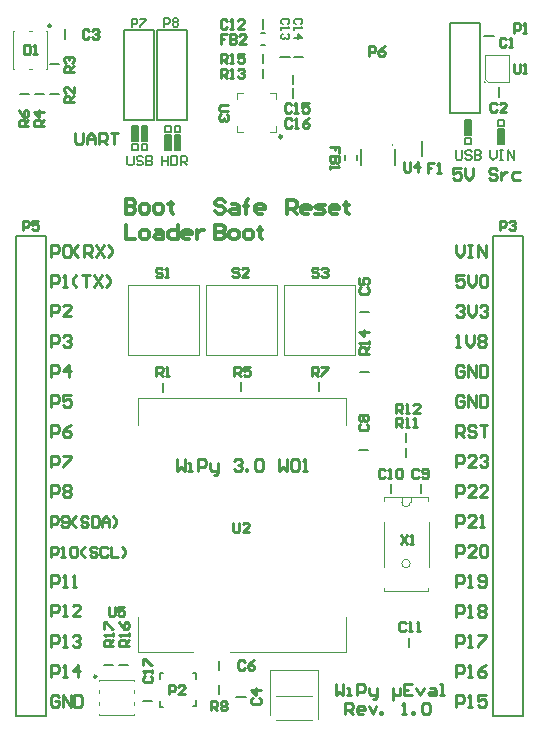
<source format=gto>
G04*
G04 #@! TF.GenerationSoftware,Altium Limited,Altium Designer,18.1.9 (240)*
G04*
G04 Layer_Color=65535*
%FSLAX44Y44*%
%MOMM*%
G71*
G01*
G75*
%ADD10C,0.2200*%
%ADD11C,0.1000*%
%ADD12C,0.2000*%
%ADD13C,0.2540*%
%ADD14C,0.2500*%
%ADD15C,0.3000*%
G36*
X108980Y505460D02*
X113680D01*
Y492760D01*
X108980D01*
Y505460D01*
D02*
G37*
G36*
X116980D02*
X121680D01*
Y492760D01*
X116980D01*
Y505460D01*
D02*
G37*
G36*
X136950Y485140D02*
X141650D01*
Y497840D01*
X136950D01*
Y485140D01*
D02*
G37*
G36*
X144950D02*
X149650D01*
Y497840D01*
X144950D01*
Y485140D01*
D02*
G37*
G36*
X391030Y510030D02*
X395730D01*
Y497330D01*
X391030D01*
Y510030D01*
D02*
G37*
G36*
X418970Y489710D02*
X423670D01*
Y502410D01*
X418970D01*
Y489710D01*
D02*
G37*
G36*
X406570Y543740D02*
X409110Y541200D01*
X406570D01*
Y543740D01*
D02*
G37*
D10*
X39850Y590010D02*
G03*
X39850Y590010I-1000J0D01*
G01*
X78580Y38878D02*
G03*
X78580Y38878I-1000J0D01*
G01*
D11*
X344302Y134620D02*
G03*
X344302Y134620I-3592J0D01*
G01*
X336900Y186690D02*
G03*
X344520Y186690I3810J0D01*
G01*
X36340Y553690D02*
Y585690D01*
X8340Y553690D02*
Y585690D01*
X35840Y553690D02*
X36340D01*
X21070D02*
X23610D01*
X8340D02*
X8840D01*
X8340Y585690D02*
X8840D01*
X21070D02*
X23610D01*
X35840D02*
X36340D01*
X428160Y545010D02*
Y565330D01*
X407840D02*
X428160D01*
X407840Y545010D02*
Y565330D01*
X428160Y542470D02*
Y545010D01*
X410380Y542470D02*
X428160D01*
X407840Y545010D02*
X410380Y542470D01*
X113680Y275140D02*
X290180D01*
X113680Y251640D02*
Y275140D01*
X290180Y251640D02*
Y275140D01*
Y60140D02*
Y89640D01*
X191930Y60140D02*
X290180D01*
X113680D02*
X159930D01*
X113680D02*
Y89640D01*
X105280Y310920D02*
Y370920D01*
X165280D01*
Y310920D02*
Y370920D01*
X105280Y310920D02*
X165280D01*
X297360D02*
Y370920D01*
X237360Y310920D02*
X297360D01*
X237360D02*
Y370920D01*
X297360D01*
X231320Y310916D02*
Y370916D01*
X171320Y310916D02*
X231320D01*
X171320D02*
Y370916D01*
X231320D01*
X80360Y6098D02*
X110360D01*
Y7128D01*
X80360Y6098D02*
Y7128D01*
Y14988D02*
Y17288D01*
X110360Y14988D02*
Y17288D01*
Y24908D02*
Y27208D01*
X80360Y24908D02*
Y27208D01*
Y35068D02*
Y36098D01*
X110360Y35068D02*
Y36098D01*
X80360D02*
X110360D01*
X321710Y111130D02*
X359710D01*
Y187960D02*
Y191130D01*
X321710Y187960D02*
Y191130D01*
X321660Y187960D02*
X321710D01*
Y111130D02*
Y114300D01*
X359710Y111130D02*
Y114300D01*
X359760Y132080D02*
Y170180D01*
X321660Y132080D02*
Y170180D01*
X336900Y186690D02*
Y191130D01*
X344520Y186690D02*
Y191130D01*
X321710D02*
X336900D01*
X344520D02*
X359710D01*
X336900D02*
X344520D01*
X197610Y527970D02*
Y533050D01*
X225550Y500030D02*
X230630D01*
X197610Y533050D02*
X202690D01*
X230630Y500030D02*
Y505110D01*
X225550Y533050D02*
X230630D01*
X197610Y500030D02*
Y505110D01*
X230630Y527970D02*
Y533050D01*
X197610Y500030D02*
X202690D01*
X245850Y22368D02*
X260850D01*
X230850D02*
X245850D01*
Y2368D02*
X260850D01*
X230850D02*
X245850D01*
X225294Y44677D02*
X265934D01*
X225294Y6780D02*
Y44677D01*
X265934Y3281D02*
Y44677D01*
D12*
X329500Y489000D02*
G03*
X329500Y489000I-500J0D01*
G01*
X343330Y64000D02*
Y72000D01*
X341000Y237190D02*
Y244810D01*
Y225190D02*
Y232810D01*
X414300Y5900D02*
X439700D01*
Y393250D01*
Y412300D01*
X414300D02*
X439700D01*
X414300Y5900D02*
Y412300D01*
X10300Y5900D02*
X35700D01*
Y393250D01*
Y412300D01*
X10300D02*
X35700D01*
X10300Y5900D02*
Y412300D01*
X391030Y510030D02*
X395730D01*
Y497330D02*
Y510030D01*
X391030Y497330D02*
X395730D01*
X391030D02*
Y510030D01*
Y489710D02*
Y494790D01*
Y489710D02*
X395730D01*
Y494790D01*
X391030D02*
X395730D01*
X418970Y504950D02*
X423670D01*
Y510030D01*
X418970D02*
X423670D01*
X418970Y504950D02*
Y510030D01*
Y489710D02*
Y502410D01*
X423670D01*
Y489710D02*
Y502410D01*
X418970Y489710D02*
X423670D01*
X136950Y485140D02*
X141650D01*
Y497840D01*
X136950D02*
X141650D01*
X136950Y485140D02*
Y497840D01*
X144950Y485140D02*
Y497840D01*
X149650D01*
Y485140D02*
Y497840D01*
X144950Y485140D02*
X149650D01*
X136950Y500380D02*
Y505460D01*
X141650D01*
Y500380D02*
Y505460D01*
X136950Y500380D02*
X141650D01*
X144950D02*
X149650D01*
Y505460D01*
X144950D02*
X149650D01*
X144950Y500380D02*
Y505460D01*
X116980Y485140D02*
Y490220D01*
Y485140D02*
X121680D01*
Y490220D01*
X116980D02*
X121680D01*
X108980D02*
X113680D01*
Y485140D02*
Y490220D01*
X108980Y485140D02*
X113680D01*
X108980D02*
Y490220D01*
X116980Y505460D02*
X121680D01*
Y492760D02*
Y505460D01*
X116980Y492760D02*
X121680D01*
X116980D02*
Y505460D01*
X108980Y492760D02*
Y505460D01*
Y492760D02*
X113680D01*
Y505460D01*
X108980D02*
X113680D01*
X378060Y516540D02*
Y592740D01*
Y516540D02*
X403460D01*
Y592740D01*
X378060D02*
X403460D01*
X301650Y297180D02*
X309270D01*
X38850Y532510D02*
X46470D01*
X38850Y557910D02*
X46470D01*
X26150Y532510D02*
X33770D01*
X13450D02*
X21070D01*
X52000Y579000D02*
Y587000D01*
X419000Y530000D02*
Y538000D01*
X407000Y581000D02*
X415000D01*
X300800Y231000D02*
X308800D01*
X197000Y22000D02*
X205000D01*
X182000Y24306D02*
Y31925D01*
Y44540D02*
Y52540D01*
X162750Y14116D02*
Y19116D01*
X160750Y14116D02*
X162750D01*
Y37115D02*
Y42116D01*
X160750D02*
X162750D01*
X132750Y13116D02*
X134750D01*
X132750D02*
Y18116D01*
Y42116D02*
X134750D01*
X132750Y37115D02*
Y42116D01*
X301460Y347980D02*
X309460D01*
X135280Y280114D02*
Y287734D01*
X267360Y280670D02*
Y288290D01*
X201320Y280670D02*
Y288290D01*
X97750Y49038D02*
X105370D01*
X85200D02*
X92820D01*
X118030Y18558D02*
X126030D01*
X327660Y194120D02*
Y202120D01*
X353060Y194120D02*
Y202120D01*
X244600Y529050D02*
Y537050D01*
Y540480D02*
Y548480D01*
X245680Y563530D02*
X253680D01*
X234250D02*
X242250D01*
X219200Y545750D02*
Y553370D01*
Y558450D02*
Y566070D01*
X331000Y472000D02*
Y486000D01*
X303000Y472000D02*
Y486000D01*
X299130Y476440D02*
Y480440D01*
X289130Y476440D02*
Y480440D01*
X217510Y573770D02*
X221510D01*
X217510Y583770D02*
X221510D01*
X219510Y587470D02*
Y595470D01*
X353820Y480060D02*
Y492060D01*
X130189Y510541D02*
X155589D01*
X130189D02*
Y586741D01*
X155589D01*
Y510541D02*
Y586741D01*
X102249Y510541D02*
X127649D01*
X102249D02*
Y586741D01*
X127649D01*
Y510541D02*
Y586741D01*
X412080Y484627D02*
Y479296D01*
X414746Y476630D01*
X417412Y479296D01*
Y484627D01*
X420077D02*
X422743D01*
X421410D01*
Y476630D01*
X420077D01*
X422743D01*
X426742D02*
Y484627D01*
X432074Y476630D01*
Y484627D01*
X133840Y479897D02*
Y471900D01*
Y475899D01*
X139172D01*
Y479897D01*
Y471900D01*
X141837Y479897D02*
Y471900D01*
X145836D01*
X147169Y473233D01*
Y478564D01*
X145836Y479897D01*
X141837D01*
X149835Y471900D02*
Y479897D01*
X153834D01*
X155166Y478564D01*
Y475899D01*
X153834Y474566D01*
X149835D01*
X152501D02*
X155166Y471900D01*
X104630Y479897D02*
Y473233D01*
X105963Y471900D01*
X108629D01*
X109962Y473233D01*
Y479897D01*
X117959Y478564D02*
X116626Y479897D01*
X113960D01*
X112627Y478564D01*
Y477232D01*
X113960Y475899D01*
X116626D01*
X117959Y474566D01*
Y473233D01*
X116626Y471900D01*
X113960D01*
X112627Y473233D01*
X120625Y479897D02*
Y471900D01*
X124624D01*
X125956Y473233D01*
Y474566D01*
X124624Y475899D01*
X120625D01*
X124624D01*
X125956Y477232D01*
Y478564D01*
X124624Y479897D01*
X120625D01*
X382870Y484627D02*
Y477963D01*
X384203Y476630D01*
X386869D01*
X388202Y477963D01*
Y484627D01*
X396199Y483294D02*
X394866Y484627D01*
X392200D01*
X390867Y483294D01*
Y481962D01*
X392200Y480629D01*
X394866D01*
X396199Y479296D01*
Y477963D01*
X394866Y476630D01*
X392200D01*
X390867Y477963D01*
X398865Y484627D02*
Y476630D01*
X402864D01*
X404196Y477963D01*
Y479296D01*
X402864Y480629D01*
X398865D01*
X402864D01*
X404196Y481962D01*
Y483294D01*
X402864Y484627D01*
X398865D01*
X136000Y589336D02*
Y596333D01*
X139499D01*
X140665Y595167D01*
Y592834D01*
X139499Y591668D01*
X136000D01*
X142998Y595167D02*
X144164Y596333D01*
X146497D01*
X147663Y595167D01*
Y594001D01*
X146497Y592834D01*
X147663Y591668D01*
Y590502D01*
X146497Y589336D01*
X144164D01*
X142998Y590502D01*
Y591668D01*
X144164Y592834D01*
X142998Y594001D01*
Y595167D01*
X144164Y592834D02*
X146497D01*
X108600Y588885D02*
Y595883D01*
X112099D01*
X113265Y594717D01*
Y592384D01*
X112099Y591218D01*
X108600D01*
X115598Y595883D02*
X120263D01*
Y594717D01*
X115598Y590052D01*
Y588885D01*
X251831Y591335D02*
X252998Y592501D01*
Y594834D01*
X251831Y596000D01*
X247166D01*
X246000Y594834D01*
Y592501D01*
X247166Y591335D01*
X246000Y589002D02*
Y586670D01*
Y587836D01*
X252998D01*
X251831Y589002D01*
X246000Y579672D02*
X252998D01*
X249499Y583171D01*
Y578506D01*
X240832Y591335D02*
X241998Y592501D01*
Y594834D01*
X240832Y596000D01*
X236166D01*
X235000Y594834D01*
Y592501D01*
X236166Y591335D01*
X235000Y589002D02*
Y586670D01*
Y587836D01*
X241998D01*
X240832Y589002D01*
Y583171D02*
X241998Y582005D01*
Y579672D01*
X240832Y578506D01*
X239665D01*
X238499Y579672D01*
Y580838D01*
Y579672D01*
X237333Y578506D01*
X236166D01*
X235000Y579672D01*
Y582005D01*
X236166Y583171D01*
D13*
X235710Y496220D02*
G03*
X235710Y496220I-1270J0D01*
G01*
X89000Y97997D02*
Y91333D01*
X90333Y90000D01*
X92999D01*
X94332Y91333D01*
Y97997D01*
X102329D02*
X96997D01*
Y93999D01*
X99663Y95332D01*
X100996D01*
X102329Y93999D01*
Y91333D01*
X100996Y90000D01*
X98330D01*
X96997Y91333D01*
X93000Y65000D02*
X85003D01*
Y68999D01*
X86335Y70332D01*
X89001D01*
X90334Y68999D01*
Y65000D01*
Y67666D02*
X93000Y70332D01*
Y72997D02*
Y75663D01*
Y74330D01*
X85003D01*
X86335Y72997D01*
X85003Y79662D02*
Y84994D01*
X86335D01*
X91667Y79662D01*
X93000D01*
X106000Y65000D02*
X98003D01*
Y68999D01*
X99335Y70332D01*
X102001D01*
X103334Y68999D01*
Y65000D01*
Y67666D02*
X106000Y70332D01*
Y72997D02*
Y75663D01*
Y74330D01*
X98003D01*
X99335Y72997D01*
X98003Y84994D02*
X99335Y82328D01*
X102001Y79662D01*
X104667D01*
X106000Y80995D01*
Y83661D01*
X104667Y84994D01*
X103334D01*
X102001Y83661D01*
Y79662D01*
X119335Y39332D02*
X118003Y37999D01*
Y35333D01*
X119335Y34000D01*
X124667D01*
X126000Y35333D01*
Y37999D01*
X124667Y39332D01*
X126000Y41997D02*
Y44663D01*
Y43330D01*
X118003D01*
X119335Y41997D01*
X118003Y48662D02*
Y53994D01*
X119335D01*
X124667Y48662D01*
X126000D01*
X336130Y159127D02*
X341462Y151130D01*
Y159127D02*
X336130Y151130D01*
X344127D02*
X346793D01*
X345460D01*
Y159127D01*
X344127Y157795D01*
X190367Y522890D02*
X183703D01*
X182370Y521557D01*
Y518891D01*
X183703Y517558D01*
X190367D01*
X189035Y514893D02*
X190367Y513560D01*
Y510894D01*
X189035Y509561D01*
X187702D01*
X186369Y510894D01*
Y512227D01*
Y510894D01*
X185036Y509561D01*
X183703D01*
X182370Y510894D01*
Y513560D01*
X183703Y514893D01*
X432000Y557997D02*
Y551333D01*
X433333Y550000D01*
X435999D01*
X437332Y551333D01*
Y557997D01*
X439997Y550000D02*
X442663D01*
X441330D01*
Y557997D01*
X439997Y556665D01*
X309370Y564800D02*
Y572797D01*
X313369D01*
X314702Y571465D01*
Y568799D01*
X313369Y567466D01*
X309370D01*
X322699Y572797D02*
X320033Y571465D01*
X317367Y568799D01*
Y566133D01*
X318700Y564800D01*
X321366D01*
X322699Y566133D01*
Y567466D01*
X321366Y568799D01*
X317367D01*
X364612Y473737D02*
X359280D01*
Y469739D01*
X361946D01*
X359280D01*
Y465740D01*
X367277D02*
X369943D01*
X368610D01*
Y473737D01*
X367277Y472405D01*
X339050Y474297D02*
Y467633D01*
X340383Y466300D01*
X343049D01*
X344382Y467633D01*
Y474297D01*
X351046Y466300D02*
Y474297D01*
X347047Y470299D01*
X352379D01*
X194310Y169287D02*
Y162623D01*
X195643Y161290D01*
X198309D01*
X199642Y162623D01*
Y169287D01*
X207639Y161290D02*
X202307D01*
X207639Y166622D01*
Y167955D01*
X206306Y169287D01*
X203640D01*
X202307Y167955D01*
X266342Y383854D02*
X265009Y385187D01*
X262343D01*
X261010Y383854D01*
Y382522D01*
X262343Y381189D01*
X265009D01*
X266342Y379856D01*
Y378523D01*
X265009Y377190D01*
X262343D01*
X261010Y378523D01*
X269007Y383854D02*
X270340Y385187D01*
X273006D01*
X274339Y383854D01*
Y382522D01*
X273006Y381189D01*
X271673D01*
X273006D01*
X274339Y379856D01*
Y378523D01*
X273006Y377190D01*
X270340D01*
X269007Y378523D01*
X199032Y383854D02*
X197699Y385187D01*
X195033D01*
X193700Y383854D01*
Y382522D01*
X195033Y381189D01*
X197699D01*
X199032Y379856D01*
Y378523D01*
X197699Y377190D01*
X195033D01*
X193700Y378523D01*
X207029Y377190D02*
X201697D01*
X207029Y382522D01*
Y383854D01*
X205696Y385187D01*
X203030D01*
X201697Y383854D01*
X134262Y383700D02*
X132929Y385033D01*
X130263D01*
X128930Y383700D01*
Y382368D01*
X130263Y381035D01*
X132929D01*
X134262Y379702D01*
Y378369D01*
X132929Y377036D01*
X130263D01*
X128930Y378369D01*
X136927Y377036D02*
X139593D01*
X138260D01*
Y385033D01*
X136927Y383700D01*
X183640Y558450D02*
Y566447D01*
X187639D01*
X188972Y565115D01*
Y562449D01*
X187639Y561116D01*
X183640D01*
X186306D02*
X188972Y558450D01*
X191637D02*
X194303D01*
X192970D01*
Y566447D01*
X191637Y565115D01*
X203633Y566447D02*
X198302D01*
Y562449D01*
X200968Y563782D01*
X202301D01*
X203633Y562449D01*
Y559783D01*
X202301Y558450D01*
X199635D01*
X198302Y559783D01*
X309270Y312420D02*
X301273D01*
Y316419D01*
X302605Y317752D01*
X305271D01*
X306604Y316419D01*
Y312420D01*
Y315086D02*
X309270Y317752D01*
Y320417D02*
Y323083D01*
Y321750D01*
X301273D01*
X302605Y320417D01*
X309270Y331081D02*
X301273D01*
X305271Y327082D01*
Y332414D01*
X183640Y545750D02*
Y553747D01*
X187639D01*
X188972Y552415D01*
Y549749D01*
X187639Y548416D01*
X183640D01*
X186306D02*
X188972Y545750D01*
X191637D02*
X194303D01*
X192970D01*
Y553747D01*
X191637Y552415D01*
X198302D02*
X199635Y553747D01*
X202301D01*
X203633Y552415D01*
Y551082D01*
X202301Y549749D01*
X200968D01*
X202301D01*
X203633Y548416D01*
Y547083D01*
X202301Y545750D01*
X199635D01*
X198302Y547083D01*
X332330Y262000D02*
Y269997D01*
X336329D01*
X337662Y268664D01*
Y265999D01*
X336329Y264666D01*
X332330D01*
X334996D02*
X337662Y262000D01*
X340327D02*
X342993D01*
X341660D01*
Y269997D01*
X340327Y268664D01*
X352324Y262000D02*
X346992D01*
X352324Y267332D01*
Y268664D01*
X350991Y269997D01*
X348325D01*
X346992Y268664D01*
X332330Y250000D02*
Y257997D01*
X336329D01*
X337662Y256665D01*
Y253999D01*
X336329Y252666D01*
X332330D01*
X334996D02*
X337662Y250000D01*
X340327D02*
X342993D01*
X341660D01*
Y257997D01*
X340327Y256665D01*
X346992Y250000D02*
X349658D01*
X348325D01*
Y257997D01*
X346992Y256665D01*
X175650Y10336D02*
Y18333D01*
X179649D01*
X180982Y17000D01*
Y14334D01*
X179649Y13001D01*
X175650D01*
X178316D02*
X180982Y10336D01*
X183647Y17000D02*
X184980Y18333D01*
X187646D01*
X188979Y17000D01*
Y15667D01*
X187646Y14334D01*
X188979Y13001D01*
Y11668D01*
X187646Y10336D01*
X184980D01*
X183647Y11668D01*
Y13001D01*
X184980Y14334D01*
X183647Y15667D01*
Y17000D01*
X184980Y14334D02*
X187646D01*
X261010Y293370D02*
Y301367D01*
X265009D01*
X266342Y300035D01*
Y297369D01*
X265009Y296036D01*
X261010D01*
X263676D02*
X266342Y293370D01*
X269007Y301367D02*
X274339D01*
Y300035D01*
X269007Y294703D01*
Y293370D01*
X21000Y505000D02*
X13003D01*
Y508999D01*
X14336Y510332D01*
X17001D01*
X18334Y508999D01*
Y505000D01*
Y507666D02*
X21000Y510332D01*
X13003Y518329D02*
X14336Y515663D01*
X17001Y512997D01*
X19667D01*
X21000Y514330D01*
Y516996D01*
X19667Y518329D01*
X18334D01*
X17001Y516996D01*
Y512997D01*
X195320Y293370D02*
Y301367D01*
X199319D01*
X200652Y300035D01*
Y297369D01*
X199319Y296036D01*
X195320D01*
X197986D02*
X200652Y293370D01*
X208649Y301367D02*
X203317D01*
Y297369D01*
X205983Y298702D01*
X207316D01*
X208649Y297369D01*
Y294703D01*
X207316Y293370D01*
X204650D01*
X203317Y294703D01*
X34000Y505000D02*
X26003D01*
Y508999D01*
X27336Y510332D01*
X30001D01*
X31334Y508999D01*
Y505000D01*
Y507666D02*
X34000Y510332D01*
Y516996D02*
X26003D01*
X30001Y512997D01*
Y518329D01*
X59170Y550640D02*
X51173D01*
Y554639D01*
X52505Y555972D01*
X55171D01*
X56504Y554639D01*
Y550640D01*
Y553306D02*
X59170Y555972D01*
X52505Y558637D02*
X51173Y559970D01*
Y562636D01*
X52505Y563969D01*
X53838D01*
X55171Y562636D01*
Y561303D01*
Y562636D01*
X56504Y563969D01*
X57837D01*
X59170Y562636D01*
Y559970D01*
X57837Y558637D01*
X59170Y525240D02*
X51173D01*
Y529239D01*
X52505Y530572D01*
X55171D01*
X56504Y529239D01*
Y525240D01*
Y527906D02*
X59170Y530572D01*
Y538569D02*
Y533237D01*
X53838Y538569D01*
X52505D01*
X51173Y537236D01*
Y534570D01*
X52505Y533237D01*
X129280Y293370D02*
Y301367D01*
X133279D01*
X134612Y300035D01*
Y297369D01*
X133279Y296036D01*
X129280D01*
X131946D02*
X134612Y293370D01*
X137277D02*
X139943D01*
X138610D01*
Y301367D01*
X137277Y300035D01*
X16000Y417000D02*
Y424997D01*
X19999D01*
X21332Y423665D01*
Y420999D01*
X19999Y419666D01*
X16000D01*
X29329Y424997D02*
X23997D01*
Y420999D01*
X26663Y422332D01*
X27996D01*
X29329Y420999D01*
Y418333D01*
X27996Y417000D01*
X25330D01*
X23997Y418333D01*
X420000Y417000D02*
Y424997D01*
X423999D01*
X425332Y423665D01*
Y420999D01*
X423999Y419666D01*
X420000D01*
X427997Y423665D02*
X429330Y424997D01*
X431996D01*
X433329Y423665D01*
Y422332D01*
X431996Y420999D01*
X430663D01*
X431996D01*
X433329Y419666D01*
Y418333D01*
X431996Y417000D01*
X429330D01*
X427997Y418333D01*
X139890Y23907D02*
Y31905D01*
X143889D01*
X145222Y30572D01*
Y27906D01*
X143889Y26573D01*
X139890D01*
X153219Y23907D02*
X147887D01*
X153219Y29239D01*
Y30572D01*
X151886Y31905D01*
X149220D01*
X147887Y30572D01*
X432000Y584000D02*
Y591997D01*
X435999D01*
X437332Y590664D01*
Y587999D01*
X435999Y586666D01*
X432000D01*
X439997Y584000D02*
X442663D01*
X441330D01*
Y591997D01*
X439997Y590664D01*
X188972Y582957D02*
X183640D01*
Y578959D01*
X186306D01*
X183640D01*
Y574960D01*
X191637Y582957D02*
Y574960D01*
X195636D01*
X196969Y576293D01*
Y577626D01*
X195636Y578959D01*
X191637D01*
X195636D01*
X196969Y580292D01*
Y581624D01*
X195636Y582957D01*
X191637D01*
X204966Y574960D02*
X199635D01*
X204966Y580292D01*
Y581624D01*
X203633Y582957D01*
X200968D01*
X199635Y581624D01*
X284347Y481998D02*
Y487330D01*
X280349D01*
Y484664D01*
Y487330D01*
X276350D01*
X284347Y479333D02*
X276350D01*
Y475334D01*
X277683Y474001D01*
X279016D01*
X280349Y475334D01*
Y479333D01*
Y475334D01*
X281682Y474001D01*
X283015D01*
X284347Y475334D01*
Y479333D01*
X276350Y471335D02*
Y468669D01*
Y470002D01*
X284347D01*
X283015Y471335D01*
X17260Y573877D02*
Y565880D01*
X21259D01*
X22592Y567213D01*
Y572545D01*
X21259Y573877D01*
X17260D01*
X25257Y565880D02*
X27923D01*
X26590D01*
Y573877D01*
X25257Y572545D01*
X243932Y510504D02*
X242599Y511837D01*
X239933D01*
X238600Y510504D01*
Y505173D01*
X239933Y503840D01*
X242599D01*
X243932Y505173D01*
X246597Y503840D02*
X249263D01*
X247930D01*
Y511837D01*
X246597Y510504D01*
X258594Y511837D02*
X255928Y510504D01*
X253262Y507839D01*
Y505173D01*
X254595Y503840D01*
X257261D01*
X258594Y505173D01*
Y506506D01*
X257261Y507839D01*
X253262D01*
X243582Y523204D02*
X242249Y524537D01*
X239583D01*
X238250Y523204D01*
Y517873D01*
X239583Y516540D01*
X242249D01*
X243582Y517873D01*
X246247Y516540D02*
X248913D01*
X247580D01*
Y524537D01*
X246247Y523204D01*
X258244Y524537D02*
X252912D01*
Y520539D01*
X255578Y521872D01*
X256911D01*
X258244Y520539D01*
Y517873D01*
X256911Y516540D01*
X254245D01*
X252912Y517873D01*
X188972Y594324D02*
X187639Y595657D01*
X184973D01*
X183640Y594324D01*
Y588993D01*
X184973Y587660D01*
X187639D01*
X188972Y588993D01*
X191637Y587660D02*
X194303D01*
X192970D01*
Y595657D01*
X191637Y594324D01*
X203633Y587660D02*
X198302D01*
X203633Y592992D01*
Y594324D01*
X202301Y595657D01*
X199635D01*
X198302Y594324D01*
X340332Y84124D02*
X338999Y85457D01*
X336333D01*
X335000Y84124D01*
Y78793D01*
X336333Y77460D01*
X338999D01*
X340332Y78793D01*
X342997Y77460D02*
X345663D01*
X344330D01*
Y85457D01*
X342997Y84124D01*
X349662Y77460D02*
X352328D01*
X350995D01*
Y85457D01*
X349662Y84124D01*
X322832Y213675D02*
X321499Y215007D01*
X318833D01*
X317500Y213675D01*
Y208343D01*
X318833Y207010D01*
X321499D01*
X322832Y208343D01*
X325497Y207010D02*
X328163D01*
X326830D01*
Y215007D01*
X325497Y213675D01*
X332162D02*
X333495Y215007D01*
X336161D01*
X337494Y213675D01*
Y208343D01*
X336161Y207010D01*
X333495D01*
X332162Y208343D01*
Y213675D01*
X351472D02*
X350139Y215007D01*
X347473D01*
X346140Y213675D01*
Y208343D01*
X347473Y207010D01*
X350139D01*
X351472Y208343D01*
X354137D02*
X355470Y207010D01*
X358136D01*
X359469Y208343D01*
Y213675D01*
X358136Y215007D01*
X355470D01*
X354137Y213675D01*
Y212342D01*
X355470Y211009D01*
X359469D01*
X301945Y252842D02*
X300613Y251509D01*
Y248843D01*
X301945Y247510D01*
X307277D01*
X308610Y248843D01*
Y251509D01*
X307277Y252842D01*
X301945Y255507D02*
X300613Y256840D01*
Y259506D01*
X301945Y260839D01*
X303278D01*
X304611Y259506D01*
X305944Y260839D01*
X307277D01*
X308610Y259506D01*
Y256840D01*
X307277Y255507D01*
X305944D01*
X304611Y256840D01*
X303278Y255507D01*
X301945D01*
X304611Y256840D02*
Y259506D01*
X204192Y51403D02*
X202859Y52736D01*
X200193D01*
X198860Y51403D01*
Y46071D01*
X200193Y44738D01*
X202859D01*
X204192Y46071D01*
X212189Y52736D02*
X209523Y51403D01*
X206857Y48737D01*
Y46071D01*
X208190Y44738D01*
X210856D01*
X212189Y46071D01*
Y47404D01*
X210856Y48737D01*
X206857D01*
X302605Y368552D02*
X301273Y367219D01*
Y364553D01*
X302605Y363220D01*
X307937D01*
X309270Y364553D01*
Y367219D01*
X307937Y368552D01*
X301273Y376549D02*
Y371217D01*
X305271D01*
X303938Y373883D01*
Y375216D01*
X305271Y376549D01*
X307937D01*
X309270Y375216D01*
Y372550D01*
X307937Y371217D01*
X210846Y20982D02*
X209513Y19649D01*
Y16983D01*
X210846Y15650D01*
X216177D01*
X217510Y16983D01*
Y19649D01*
X216177Y20982D01*
X217510Y27646D02*
X209513D01*
X213511Y23647D01*
Y28979D01*
X72332Y585664D02*
X70999Y586997D01*
X68333D01*
X67000Y585664D01*
Y580333D01*
X68333Y579000D01*
X70999D01*
X72332Y580333D01*
X74997Y585664D02*
X76330Y586997D01*
X78996D01*
X80329Y585664D01*
Y584332D01*
X78996Y582999D01*
X77663D01*
X78996D01*
X80329Y581666D01*
Y580333D01*
X78996Y579000D01*
X76330D01*
X74997Y580333D01*
X417332Y523665D02*
X415999Y524997D01*
X413333D01*
X412000Y523665D01*
Y518333D01*
X413333Y517000D01*
X415999D01*
X417332Y518333D01*
X425329Y517000D02*
X419997D01*
X425329Y522332D01*
Y523665D01*
X423996Y524997D01*
X421330D01*
X419997Y523665D01*
X425332Y578665D02*
X423999Y579997D01*
X421333D01*
X420000Y578665D01*
Y573333D01*
X421333Y572000D01*
X423999D01*
X425332Y573333D01*
X427997Y572000D02*
X430663D01*
X429330D01*
Y579997D01*
X427997Y578665D01*
D14*
X329320Y19116D02*
Y25000D01*
X387495Y469347D02*
X380830D01*
Y464348D01*
X384162Y466015D01*
X385828D01*
X387495Y464348D01*
Y461016D01*
X385828Y459350D01*
X382496D01*
X380830Y461016D01*
X390827Y469347D02*
Y462682D01*
X394159Y459350D01*
X397491Y462682D01*
Y469347D01*
X417485Y467681D02*
X415819Y469347D01*
X412486D01*
X410820Y467681D01*
Y466015D01*
X412486Y464348D01*
X415819D01*
X417485Y462682D01*
Y461016D01*
X415819Y459350D01*
X412486D01*
X410820Y461016D01*
X420817Y466015D02*
Y459350D01*
Y462682D01*
X422483Y464348D01*
X424149Y466015D01*
X425816D01*
X437478D02*
X432480D01*
X430814Y464348D01*
Y461016D01*
X432480Y459350D01*
X437478D01*
X60500Y499497D02*
Y491166D01*
X62166Y489500D01*
X65498D01*
X67165Y491166D01*
Y499497D01*
X70497Y489500D02*
Y496165D01*
X73829Y499497D01*
X77161Y496165D01*
Y489500D01*
Y494498D01*
X70497D01*
X80493Y489500D02*
Y499497D01*
X85492D01*
X87158Y497831D01*
Y494498D01*
X85492Y492832D01*
X80493D01*
X83826D02*
X87158Y489500D01*
X90490Y499497D02*
X97155D01*
X93823D01*
Y489500D01*
X281000Y32997D02*
Y23000D01*
X284332Y26332D01*
X287665Y23000D01*
Y32997D01*
X290997Y23000D02*
X294329D01*
X292663D01*
Y29664D01*
X290997D01*
X299327Y23000D02*
Y32997D01*
X304326D01*
X305992Y31331D01*
Y27998D01*
X304326Y26332D01*
X299327D01*
X309324Y29664D02*
Y24666D01*
X310990Y23000D01*
X315989D01*
Y21334D01*
X314323Y19668D01*
X312656D01*
X315989Y23000D02*
Y29664D01*
X329318D02*
Y24666D01*
X330984Y23000D01*
X335982D01*
Y29664D01*
X345979Y32997D02*
X339314D01*
Y23000D01*
X345979D01*
X339314Y27998D02*
X342647D01*
X349311Y29664D02*
X352644Y23000D01*
X355976Y29664D01*
X360974D02*
X364306D01*
X365973Y27998D01*
Y23000D01*
X360974D01*
X359308Y24666D01*
X360974Y26332D01*
X365973D01*
X369305Y23000D02*
X372637D01*
X370971D01*
Y32997D01*
X369305D01*
X146500Y222829D02*
Y212832D01*
X149832Y216164D01*
X153165Y212832D01*
Y222829D01*
X156497Y212832D02*
X159829D01*
X158163D01*
Y219497D01*
X156497D01*
X164827Y212832D02*
Y222829D01*
X169826D01*
X171492Y221163D01*
Y217831D01*
X169826Y216164D01*
X164827D01*
X174824Y219497D02*
Y214498D01*
X176490Y212832D01*
X181489D01*
Y211166D01*
X179823Y209500D01*
X178156D01*
X181489Y212832D02*
Y219497D01*
X194818Y221163D02*
X196484Y222829D01*
X199816D01*
X201482Y221163D01*
Y219497D01*
X199816Y217831D01*
X198150D01*
X199816D01*
X201482Y216164D01*
Y214498D01*
X199816Y212832D01*
X196484D01*
X194818Y214498D01*
X204814Y212832D02*
Y214498D01*
X206481D01*
Y212832D01*
X204814D01*
X213145Y221163D02*
X214811Y222829D01*
X218144D01*
X219810Y221163D01*
Y214498D01*
X218144Y212832D01*
X214811D01*
X213145Y214498D01*
Y221163D01*
X233139Y222829D02*
Y212832D01*
X236471Y216164D01*
X239803Y212832D01*
Y222829D01*
X243136Y221163D02*
X244802Y222829D01*
X248134D01*
X249800Y221163D01*
Y214498D01*
X248134Y212832D01*
X244802D01*
X243136Y214498D01*
Y221163D01*
X253132Y212832D02*
X256465D01*
X254798D01*
Y222829D01*
X253132Y221163D01*
X289000Y7000D02*
Y16997D01*
X293998D01*
X295665Y15331D01*
Y11998D01*
X293998Y10332D01*
X289000D01*
X292332D02*
X295665Y7000D01*
X303995D02*
X300663D01*
X298997Y8666D01*
Y11998D01*
X300663Y13664D01*
X303995D01*
X305661Y11998D01*
Y10332D01*
X298997D01*
X308994Y13664D02*
X312326Y7000D01*
X315658Y13664D01*
X318990Y7000D02*
Y8666D01*
X320657D01*
Y7000D01*
X318990D01*
X337318D02*
X340650D01*
X338984D01*
Y16997D01*
X337318Y15331D01*
X345648Y7000D02*
Y8666D01*
X347314D01*
Y7000D01*
X345648D01*
X353979Y15331D02*
X355645Y16997D01*
X358977D01*
X360644Y15331D01*
Y8666D01*
X358977Y7000D01*
X355645D01*
X353979Y8666D01*
Y15331D01*
X383000Y13000D02*
Y22997D01*
X387998D01*
X389664Y21331D01*
Y17998D01*
X387998Y16332D01*
X383000D01*
X392997Y13000D02*
X396329D01*
X394663D01*
Y22997D01*
X392997Y21331D01*
X407992Y22997D02*
X401327D01*
Y17998D01*
X404660Y19664D01*
X406326D01*
X407992Y17998D01*
Y14666D01*
X406326Y13000D01*
X402994D01*
X401327Y14666D01*
X383000Y38400D02*
Y48397D01*
X387998D01*
X389664Y46731D01*
Y43398D01*
X387998Y41732D01*
X383000D01*
X392997Y38400D02*
X396329D01*
X394663D01*
Y48397D01*
X392997Y46731D01*
X407992Y48397D02*
X404660Y46731D01*
X401327Y43398D01*
Y40066D01*
X402994Y38400D01*
X406326D01*
X407992Y40066D01*
Y41732D01*
X406326Y43398D01*
X401327D01*
X383000Y63800D02*
Y73797D01*
X387998D01*
X389664Y72131D01*
Y68798D01*
X387998Y67132D01*
X383000D01*
X392997Y63800D02*
X396329D01*
X394663D01*
Y73797D01*
X392997Y72131D01*
X401327Y73797D02*
X407992D01*
Y72131D01*
X401327Y65466D01*
Y63800D01*
X383000Y89200D02*
Y99197D01*
X387998D01*
X389664Y97531D01*
Y94198D01*
X387998Y92532D01*
X383000D01*
X392997Y89200D02*
X396329D01*
X394663D01*
Y99197D01*
X392997Y97531D01*
X401327D02*
X402994Y99197D01*
X406326D01*
X407992Y97531D01*
Y95864D01*
X406326Y94198D01*
X407992Y92532D01*
Y90866D01*
X406326Y89200D01*
X402994D01*
X401327Y90866D01*
Y92532D01*
X402994Y94198D01*
X401327Y95864D01*
Y97531D01*
X402994Y94198D02*
X406326D01*
X383000Y114600D02*
Y124597D01*
X387998D01*
X389664Y122931D01*
Y119598D01*
X387998Y117932D01*
X383000D01*
X392997Y114600D02*
X396329D01*
X394663D01*
Y124597D01*
X392997Y122931D01*
X401327Y116266D02*
X402994Y114600D01*
X406326D01*
X407992Y116266D01*
Y122931D01*
X406326Y124597D01*
X402994D01*
X401327Y122931D01*
Y121264D01*
X402994Y119598D01*
X407992D01*
X383000Y140000D02*
Y149997D01*
X387998D01*
X389664Y148331D01*
Y144998D01*
X387998Y143332D01*
X383000D01*
X399661Y140000D02*
X392997D01*
X399661Y146664D01*
Y148331D01*
X397995Y149997D01*
X394663D01*
X392997Y148331D01*
X402994D02*
X404660Y149997D01*
X407992D01*
X409658Y148331D01*
Y141666D01*
X407992Y140000D01*
X404660D01*
X402994Y141666D01*
Y148331D01*
X383000Y165400D02*
Y175397D01*
X387998D01*
X389664Y173731D01*
Y170398D01*
X387998Y168732D01*
X383000D01*
X399661Y165400D02*
X392997D01*
X399661Y172064D01*
Y173731D01*
X397995Y175397D01*
X394663D01*
X392997Y173731D01*
X402994Y165400D02*
X406326D01*
X404660D01*
Y175397D01*
X402994Y173731D01*
X383000Y190800D02*
Y200797D01*
X387998D01*
X389664Y199131D01*
Y195798D01*
X387998Y194132D01*
X383000D01*
X399661Y190800D02*
X392997D01*
X399661Y197465D01*
Y199131D01*
X397995Y200797D01*
X394663D01*
X392997Y199131D01*
X409658Y190800D02*
X402994D01*
X409658Y197465D01*
Y199131D01*
X407992Y200797D01*
X404660D01*
X402994Y199131D01*
X383000Y216200D02*
Y226197D01*
X387998D01*
X389664Y224531D01*
Y221198D01*
X387998Y219532D01*
X383000D01*
X399661Y216200D02*
X392997D01*
X399661Y222864D01*
Y224531D01*
X397995Y226197D01*
X394663D01*
X392997Y224531D01*
X402994D02*
X404660Y226197D01*
X407992D01*
X409658Y224531D01*
Y222864D01*
X407992Y221198D01*
X406326D01*
X407992D01*
X409658Y219532D01*
Y217866D01*
X407992Y216200D01*
X404660D01*
X402994Y217866D01*
X383000Y241600D02*
Y251597D01*
X387998D01*
X389664Y249931D01*
Y246598D01*
X387998Y244932D01*
X383000D01*
X386332D02*
X389664Y241600D01*
X399661Y249931D02*
X397995Y251597D01*
X394663D01*
X392997Y249931D01*
Y248265D01*
X394663Y246598D01*
X397995D01*
X399661Y244932D01*
Y243266D01*
X397995Y241600D01*
X394663D01*
X392997Y243266D01*
X402994Y251597D02*
X409658D01*
X406326D01*
Y241600D01*
X389664Y275331D02*
X387998Y276997D01*
X384666D01*
X383000Y275331D01*
Y268666D01*
X384666Y267000D01*
X387998D01*
X389664Y268666D01*
Y271998D01*
X386332D01*
X392997Y267000D02*
Y276997D01*
X399661Y267000D01*
Y276997D01*
X402994D02*
Y267000D01*
X407992D01*
X409658Y268666D01*
Y275331D01*
X407992Y276997D01*
X402994D01*
X389664Y300731D02*
X387998Y302397D01*
X384666D01*
X383000Y300731D01*
Y294066D01*
X384666Y292400D01*
X387998D01*
X389664Y294066D01*
Y297398D01*
X386332D01*
X392997Y292400D02*
Y302397D01*
X399661Y292400D01*
Y302397D01*
X402994D02*
Y292400D01*
X407992D01*
X409658Y294066D01*
Y300731D01*
X407992Y302397D01*
X402994D01*
X383000Y317800D02*
X386332D01*
X384666D01*
Y327797D01*
X383000Y326131D01*
X391331Y327797D02*
Y321132D01*
X394663Y317800D01*
X397995Y321132D01*
Y327797D01*
X401327Y326131D02*
X402994Y327797D01*
X406326D01*
X407992Y326131D01*
Y324464D01*
X406326Y322798D01*
X407992Y321132D01*
Y319466D01*
X406326Y317800D01*
X402994D01*
X401327Y319466D01*
Y321132D01*
X402994Y322798D01*
X401327Y324464D01*
Y326131D01*
X402994Y322798D02*
X406326D01*
X383000Y351531D02*
X384666Y353197D01*
X387998D01*
X389664Y351531D01*
Y349865D01*
X387998Y348198D01*
X386332D01*
X387998D01*
X389664Y346532D01*
Y344866D01*
X387998Y343200D01*
X384666D01*
X383000Y344866D01*
X392997Y353197D02*
Y346532D01*
X396329Y343200D01*
X399661Y346532D01*
Y353197D01*
X402994Y351531D02*
X404660Y353197D01*
X407992D01*
X409658Y351531D01*
Y349865D01*
X407992Y348198D01*
X406326D01*
X407992D01*
X409658Y346532D01*
Y344866D01*
X407992Y343200D01*
X404660D01*
X402994Y344866D01*
X389664Y378597D02*
X383000D01*
Y373598D01*
X386332Y375265D01*
X387998D01*
X389664Y373598D01*
Y370266D01*
X387998Y368600D01*
X384666D01*
X383000Y370266D01*
X392997Y378597D02*
Y371932D01*
X396329Y368600D01*
X399661Y371932D01*
Y378597D01*
X402994Y376931D02*
X404660Y378597D01*
X407992D01*
X409658Y376931D01*
Y370266D01*
X407992Y368600D01*
X404660D01*
X402994Y370266D01*
Y376931D01*
X383000Y403997D02*
Y397332D01*
X386332Y394000D01*
X389664Y397332D01*
Y403997D01*
X392997D02*
X396329D01*
X394663D01*
Y394000D01*
X392997D01*
X396329D01*
X401327D02*
Y403997D01*
X407992Y394000D01*
Y403997D01*
X40000Y394000D02*
Y403997D01*
X44998D01*
X46665Y402331D01*
Y398998D01*
X44998Y397332D01*
X40000D01*
X49997Y402331D02*
X51663Y403997D01*
X54995D01*
X56661Y402331D01*
Y395666D01*
X54995Y394000D01*
X51663D01*
X49997Y395666D01*
Y402331D01*
X63326Y394000D02*
X59994Y397332D01*
Y400664D01*
X63326Y403997D01*
X68324Y394000D02*
Y403997D01*
X73323D01*
X74989Y402331D01*
Y398998D01*
X73323Y397332D01*
X68324D01*
X71656D02*
X74989Y394000D01*
X78321Y403997D02*
X84986Y394000D01*
Y403997D02*
X78321Y394000D01*
X88318D02*
X91650Y397332D01*
Y400664D01*
X88318Y403997D01*
X40000Y369000D02*
Y378997D01*
X44998D01*
X46665Y377331D01*
Y373998D01*
X44998Y372332D01*
X40000D01*
X49997Y369000D02*
X53329D01*
X51663D01*
Y378997D01*
X49997Y377331D01*
X61660Y369000D02*
X58327Y372332D01*
Y375664D01*
X61660Y378997D01*
X66658D02*
X73323D01*
X69990D01*
Y369000D01*
X76655Y378997D02*
X83319Y369000D01*
Y378997D02*
X76655Y369000D01*
X86652D02*
X89984Y372332D01*
Y375664D01*
X86652Y378997D01*
X40000Y344000D02*
Y353997D01*
X44998D01*
X46665Y352331D01*
Y348998D01*
X44998Y347332D01*
X40000D01*
X56661Y344000D02*
X49997D01*
X56661Y350664D01*
Y352331D01*
X54995Y353997D01*
X51663D01*
X49997Y352331D01*
X40000Y318000D02*
Y327997D01*
X44998D01*
X46665Y326331D01*
Y322998D01*
X44998Y321332D01*
X40000D01*
X49997Y326331D02*
X51663Y327997D01*
X54995D01*
X56661Y326331D01*
Y324664D01*
X54995Y322998D01*
X53329D01*
X54995D01*
X56661Y321332D01*
Y319666D01*
X54995Y318000D01*
X51663D01*
X49997Y319666D01*
X40000Y293000D02*
Y302997D01*
X44998D01*
X46665Y301331D01*
Y297998D01*
X44998Y296332D01*
X40000D01*
X54995Y293000D02*
Y302997D01*
X49997Y297998D01*
X56661D01*
X40000Y267000D02*
Y276997D01*
X44998D01*
X46665Y275331D01*
Y271998D01*
X44998Y270332D01*
X40000D01*
X56661Y276997D02*
X49997D01*
Y271998D01*
X53329Y273664D01*
X54995D01*
X56661Y271998D01*
Y268666D01*
X54995Y267000D01*
X51663D01*
X49997Y268666D01*
X40000Y242000D02*
Y251997D01*
X44998D01*
X46665Y250331D01*
Y246998D01*
X44998Y245332D01*
X40000D01*
X56661Y251997D02*
X53329Y250331D01*
X49997Y246998D01*
Y243666D01*
X51663Y242000D01*
X54995D01*
X56661Y243666D01*
Y245332D01*
X54995Y246998D01*
X49997D01*
X40000Y216000D02*
Y225997D01*
X44998D01*
X46665Y224331D01*
Y220998D01*
X44998Y219332D01*
X40000D01*
X49997Y225997D02*
X56661D01*
Y224331D01*
X49997Y217666D01*
Y216000D01*
X40000Y191000D02*
Y200997D01*
X44998D01*
X46665Y199331D01*
Y195998D01*
X44998Y194332D01*
X40000D01*
X49997Y199331D02*
X51663Y200997D01*
X54995D01*
X56661Y199331D01*
Y197665D01*
X54995Y195998D01*
X56661Y194332D01*
Y192666D01*
X54995Y191000D01*
X51663D01*
X49997Y192666D01*
Y194332D01*
X51663Y195998D01*
X49997Y197665D01*
Y199331D01*
X51663Y195998D02*
X54995D01*
X40000Y165540D02*
Y174537D01*
X44499D01*
X45998Y173038D01*
Y170039D01*
X44499Y168539D01*
X40000D01*
X48997Y167040D02*
X50497Y165540D01*
X53496D01*
X54995Y167040D01*
Y173038D01*
X53496Y174537D01*
X50497D01*
X48997Y173038D01*
Y171538D01*
X50497Y170039D01*
X54995D01*
X60993Y165540D02*
X57994Y168539D01*
Y171538D01*
X60993Y174537D01*
X71490Y173038D02*
X69990Y174537D01*
X66991D01*
X65492Y173038D01*
Y171538D01*
X66991Y170039D01*
X69990D01*
X71490Y168539D01*
Y167040D01*
X69990Y165540D01*
X66991D01*
X65492Y167040D01*
X74489Y174537D02*
Y165540D01*
X78987D01*
X80487Y167040D01*
Y173038D01*
X78987Y174537D01*
X74489D01*
X83486Y165540D02*
Y171538D01*
X86485Y174537D01*
X89484Y171538D01*
Y165540D01*
Y170039D01*
X83486D01*
X92483Y165540D02*
X95482Y168539D01*
Y171538D01*
X92483Y174537D01*
X40000Y140000D02*
Y148997D01*
X44499D01*
X45998Y147498D01*
Y144499D01*
X44499Y142999D01*
X40000D01*
X48997Y140000D02*
X51996D01*
X50497D01*
Y148997D01*
X48997Y147498D01*
X56495D02*
X57994Y148997D01*
X60993D01*
X62493Y147498D01*
Y141500D01*
X60993Y140000D01*
X57994D01*
X56495Y141500D01*
Y147498D01*
X68491Y140000D02*
X65492Y142999D01*
Y145998D01*
X68491Y148997D01*
X78987Y147498D02*
X77488Y148997D01*
X74489D01*
X72989Y147498D01*
Y145998D01*
X74489Y144499D01*
X77488D01*
X78987Y142999D01*
Y141500D01*
X77488Y140000D01*
X74489D01*
X72989Y141500D01*
X87985Y147498D02*
X86485Y148997D01*
X83486D01*
X81986Y147498D01*
Y141500D01*
X83486Y140000D01*
X86485D01*
X87985Y141500D01*
X90983Y148997D02*
Y140000D01*
X96981D01*
X99981D02*
X102980Y142999D01*
Y145998D01*
X99981Y148997D01*
X40000Y115000D02*
Y124997D01*
X44998D01*
X46665Y123331D01*
Y119998D01*
X44998Y118332D01*
X40000D01*
X49997Y115000D02*
X53329D01*
X51663D01*
Y124997D01*
X49997Y123331D01*
X58327Y115000D02*
X61660D01*
X59994D01*
Y124997D01*
X58327Y123331D01*
X40000Y90000D02*
Y99997D01*
X44998D01*
X46665Y98331D01*
Y94998D01*
X44998Y93332D01*
X40000D01*
X49997Y90000D02*
X53329D01*
X51663D01*
Y99997D01*
X49997Y98331D01*
X64992Y90000D02*
X58327D01*
X64992Y96664D01*
Y98331D01*
X63326Y99997D01*
X59994D01*
X58327Y98331D01*
X40000Y64390D02*
Y74387D01*
X44998D01*
X46665Y72721D01*
Y69388D01*
X44998Y67722D01*
X40000D01*
X49997Y64390D02*
X53329D01*
X51663D01*
Y74387D01*
X49997Y72721D01*
X58327D02*
X59994Y74387D01*
X63326D01*
X64992Y72721D01*
Y71055D01*
X63326Y69388D01*
X61660D01*
X63326D01*
X64992Y67722D01*
Y66056D01*
X63326Y64390D01*
X59994D01*
X58327Y66056D01*
X40000Y39000D02*
Y48997D01*
X44998D01*
X46665Y47331D01*
Y43998D01*
X44998Y42332D01*
X40000D01*
X49997Y39000D02*
X53329D01*
X51663D01*
Y48997D01*
X49997Y47331D01*
X63326Y39000D02*
Y48997D01*
X58327Y43998D01*
X64992D01*
X46665Y21331D02*
X44998Y22997D01*
X41666D01*
X40000Y21331D01*
Y14666D01*
X41666Y13000D01*
X44998D01*
X46665Y14666D01*
Y17998D01*
X43332D01*
X49997Y13000D02*
Y22997D01*
X56661Y13000D01*
Y22997D01*
X59994D02*
Y13000D01*
X64992D01*
X66658Y14666D01*
Y21331D01*
X64992Y22997D01*
X59994D01*
D15*
X187147Y440992D02*
X185148Y442991D01*
X181149D01*
X179150Y440992D01*
Y438993D01*
X181149Y436993D01*
X185148D01*
X187147Y434994D01*
Y432995D01*
X185148Y430995D01*
X181149D01*
X179150Y432995D01*
X193145Y438993D02*
X197144D01*
X199144Y436993D01*
Y430995D01*
X193145D01*
X191146Y432995D01*
X193145Y434994D01*
X199144D01*
X205142Y430995D02*
Y440992D01*
Y436993D01*
X203142D01*
X207141D01*
X205142D01*
Y440992D01*
X207141Y442991D01*
X219137Y430995D02*
X215138D01*
X213139Y432995D01*
Y436993D01*
X215138Y438993D01*
X219137D01*
X221136Y436993D01*
Y434994D01*
X213139D01*
X179150Y421396D02*
Y409400D01*
X185148D01*
X187147Y411399D01*
Y413399D01*
X185148Y415398D01*
X179150D01*
X185148D01*
X187147Y417397D01*
Y419397D01*
X185148Y421396D01*
X179150D01*
X193145Y409400D02*
X197144D01*
X199144Y411399D01*
Y415398D01*
X197144Y417397D01*
X193145D01*
X191146Y415398D01*
Y411399D01*
X193145Y409400D01*
X205142D02*
X209140D01*
X211140Y411399D01*
Y415398D01*
X209140Y417397D01*
X205142D01*
X203142Y415398D01*
Y411399D01*
X205142Y409400D01*
X217138Y419397D02*
Y417397D01*
X215138D01*
X219137D01*
X217138D01*
Y411399D01*
X219137Y409400D01*
X103330Y442991D02*
Y430995D01*
X109328D01*
X111327Y432995D01*
Y434994D01*
X109328Y436993D01*
X103330D01*
X109328D01*
X111327Y438993D01*
Y440992D01*
X109328Y442991D01*
X103330D01*
X117325Y430995D02*
X121324D01*
X123323Y432995D01*
Y436993D01*
X121324Y438993D01*
X117325D01*
X115326Y436993D01*
Y432995D01*
X117325Y430995D01*
X129322D02*
X133320D01*
X135320Y432995D01*
Y436993D01*
X133320Y438993D01*
X129322D01*
X127322Y436993D01*
Y432995D01*
X129322Y430995D01*
X141318Y440992D02*
Y438993D01*
X139318D01*
X143317D01*
X141318D01*
Y432995D01*
X143317Y430995D01*
X103330Y421396D02*
Y409400D01*
X111327D01*
X117325D02*
X121324D01*
X123323Y411399D01*
Y415398D01*
X121324Y417397D01*
X117325D01*
X115326Y415398D01*
Y411399D01*
X117325Y409400D01*
X129322Y417397D02*
X133320D01*
X135320Y415398D01*
Y409400D01*
X129322D01*
X127322Y411399D01*
X129322Y413399D01*
X135320D01*
X147316Y421396D02*
Y409400D01*
X141318D01*
X139318Y411399D01*
Y415398D01*
X141318Y417397D01*
X147316D01*
X157312Y409400D02*
X153314D01*
X151314Y411399D01*
Y415398D01*
X153314Y417397D01*
X157312D01*
X159312Y415398D01*
Y413399D01*
X151314D01*
X163311Y417397D02*
Y409400D01*
Y413399D01*
X165310Y415398D01*
X167309Y417397D01*
X169309D01*
X240030Y430530D02*
Y442526D01*
X246028D01*
X248027Y440527D01*
Y436528D01*
X246028Y434529D01*
X240030D01*
X244029D02*
X248027Y430530D01*
X258024D02*
X254025D01*
X252026Y432529D01*
Y436528D01*
X254025Y438527D01*
X258024D01*
X260023Y436528D01*
Y434529D01*
X252026D01*
X264022Y430530D02*
X270020D01*
X272020Y432529D01*
X270020Y434529D01*
X266022D01*
X264022Y436528D01*
X266022Y438527D01*
X272020D01*
X282016Y430530D02*
X278018D01*
X276018Y432529D01*
Y436528D01*
X278018Y438527D01*
X282016D01*
X284016Y436528D01*
Y434529D01*
X276018D01*
X290014Y440527D02*
Y438527D01*
X288015D01*
X292013D01*
X290014D01*
Y432529D01*
X292013Y430530D01*
M02*

</source>
